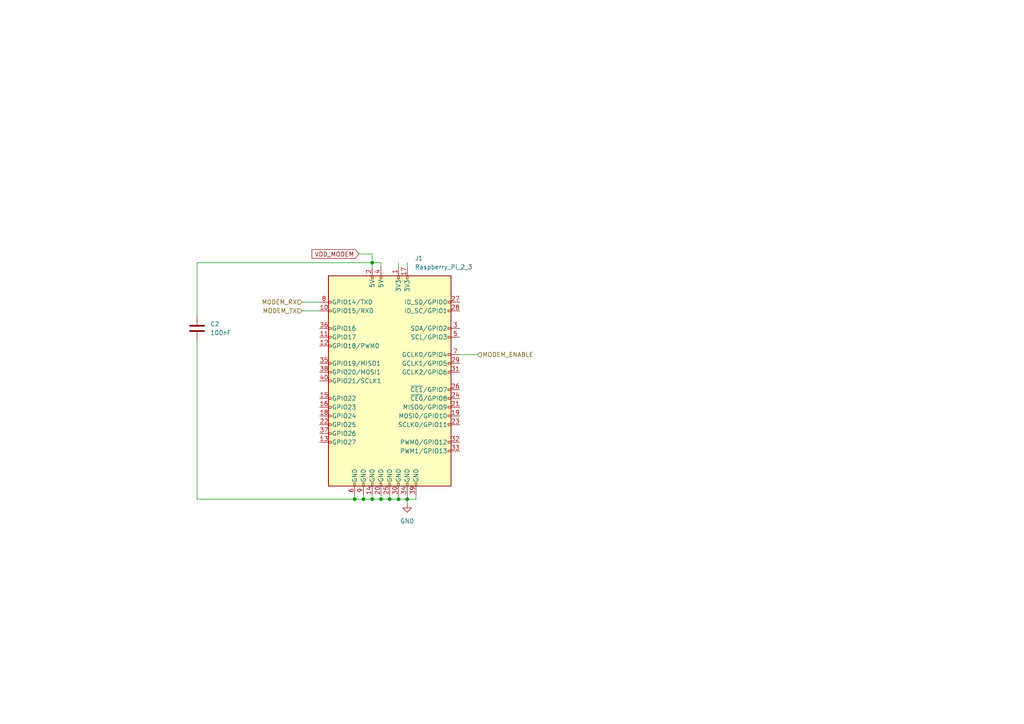
<source format=kicad_sch>
(kicad_sch (version 20230121) (generator eeschema)
  (paper "A4")
  (lib_symbols
    (symbol "Connector:Raspberry_Pi_2_3" (pin_names (offset 1.016))
      (property "Reference" "J" (at -17.78 31.75 0))
      (property "Value" "Raspberry_Pi_2_3" (at 10.16 -31.75 0))
      (symbol "Raspberry_Pi_2_3_0_1"
        (rectangle (start -17.78 30.48) (end 17.78 -30.48) (stroke (width 0.254)) (fill (type background)))
      )
      (symbol "Raspberry_Pi_2_3_1_1"
        (rectangle (start -16.891 -17.526) (end -17.78 -18.034))
        (rectangle (start -16.891 -14.986) (end -17.78 -15.494))
        (rectangle (start -16.891 -12.446) (end -17.78 -12.954))
        (rectangle (start -16.891 -9.906) (end -17.78 -10.414))
        (rectangle (start -16.891 -7.366) (end -17.78 -7.874))
        (rectangle (start -16.891 -4.826) (end -17.78 -5.334))
        (rectangle (start -16.891 0.254) (end -17.78 -0.254))
        (rectangle (start -16.891 2.794) (end -17.78 2.286))
        (rectangle (start -16.891 5.334) (end -17.78 4.826))
        (rectangle (start -16.891 10.414) (end -17.78 9.906))
        (rectangle (start -16.891 12.954) (end -17.78 12.446))
        (rectangle (start -16.891 15.494) (end -17.78 14.986))
        (rectangle (start -16.891 20.574) (end -17.78 20.066))
        (rectangle (start -16.891 23.114) (end -17.78 22.606))
        (rectangle (start -10.414 -29.591) (end -9.906 -30.48))
        (rectangle (start -7.874 -29.591) (end -7.366 -30.48))
        (rectangle (start -5.334 -29.591) (end -4.826 -30.48))
        (rectangle (start -5.334 30.48) (end -4.826 29.591))
        (rectangle (start -2.794 -29.591) (end -2.286 -30.48))
        (rectangle (start -2.794 30.48) (end -2.286 29.591))
        (rectangle (start -0.254 -29.591) (end 0.254 -30.48))
        (rectangle (start 2.286 -29.591) (end 2.794 -30.48))
        (rectangle (start 2.286 30.48) (end 2.794 29.591))
        (rectangle (start 4.826 -29.591) (end 5.334 -30.48))
        (rectangle (start 4.826 30.48) (end 5.334 29.591))
        (rectangle (start 7.366 -29.591) (end 7.874 -30.48))
        (rectangle (start 17.78 -20.066) (end 16.891 -20.574))
        (rectangle (start 17.78 -17.526) (end 16.891 -18.034))
        (rectangle (start 17.78 -12.446) (end 16.891 -12.954))
        (rectangle (start 17.78 -9.906) (end 16.891 -10.414))
        (rectangle (start 17.78 -7.366) (end 16.891 -7.874))
        (rectangle (start 17.78 -4.826) (end 16.891 -5.334))
        (rectangle (start 17.78 -2.286) (end 16.891 -2.794))
        (rectangle (start 17.78 2.794) (end 16.891 2.286))
        (rectangle (start 17.78 5.334) (end 16.891 4.826))
        (rectangle (start 17.78 7.874) (end 16.891 7.366))
        (rectangle (start 17.78 12.954) (end 16.891 12.446))
        (rectangle (start 17.78 15.494) (end 16.891 14.986))
        (rectangle (start 17.78 20.574) (end 16.891 20.066))
        (rectangle (start 17.78 23.114) (end 16.891 22.606))
        (pin power_in line (at 2.54 33.02 270) (length 2.54) (name "3V3") (number "1"))
        (pin bidirectional line (at -20.32 20.32 0) (length 2.54) (name "GPIO15/RXD") (number "10"))
        (pin bidirectional line (at -20.32 12.7 0) (length 2.54) (name "GPIO17") (number "11"))
        (pin bidirectional line (at -20.32 10.16 0) (length 2.54) (name "GPIO18/PWM0") (number "12"))
        (pin bidirectional line (at -20.32 -17.78 0) (length 2.54) (name "GPIO27") (number "13"))
        (pin power_in line (at -5.08 -33.02 90) (length 2.54) (name "GND") (number "14"))
        (pin bidirectional line (at -20.32 -5.08 0) (length 2.54) (name "GPIO22") (number "15"))
        (pin bidirectional line (at -20.32 -7.62 0) (length 2.54) (name "GPIO23") (number "16"))
        (pin power_in line (at 5.08 33.02 270) (length 2.54) (name "3V3") (number "17"))
        (pin bidirectional line (at -20.32 -10.16 0) (length 2.54) (name "GPIO24") (number "18"))
        (pin bidirectional line (at 20.32 -10.16 180) (length 2.54) (name "MOSI0/GPIO10") (number "19"))
        (pin power_in line (at -5.08 33.02 270) (length 2.54) (name "5V") (number "2"))
        (pin power_in line (at -2.54 -33.02 90) (length 2.54) (name "GND") (number "20"))
        (pin bidirectional line (at 20.32 -7.62 180) (length 2.54) (name "MISO0/GPIO9") (number "21"))
        (pin bidirectional line (at -20.32 -12.7 0) (length 2.54) (name "GPIO25") (number "22"))
        (pin bidirectional line (at 20.32 -12.7 180) (length 2.54) (name "SCLK0/GPIO11") (number "23"))
        (pin bidirectional line (at 20.32 -5.08 180) (length 2.54) (name "~{CE0}/GPIO8") (number "24"))
        (pin power_in line (at 0 -33.02 90) (length 2.54) (name "GND") (number "25"))
        (pin bidirectional line (at 20.32 -2.54 180) (length 2.54) (name "~{CE1}/GPIO7") (number "26"))
        (pin bidirectional line (at 20.32 22.86 180) (length 2.54) (name "ID_SD/GPIO0") (number "27"))
        (pin bidirectional line (at 20.32 20.32 180) (length 2.54) (name "ID_SC/GPIO1") (number "28"))
        (pin bidirectional line (at 20.32 5.08 180) (length 2.54) (name "GCLK1/GPIO5") (number "29"))
        (pin bidirectional line (at 20.32 15.24 180) (length 2.54) (name "SDA/GPIO2") (number "3"))
        (pin power_in line (at 2.54 -33.02 90) (length 2.54) (name "GND") (number "30"))
        (pin bidirectional line (at 20.32 2.54 180) (length 2.54) (name "GCLK2/GPIO6") (number "31"))
        (pin bidirectional line (at 20.32 -17.78 180) (length 2.54) (name "PWM0/GPIO12") (number "32"))
        (pin bidirectional line (at 20.32 -20.32 180) (length 2.54) (name "PWM1/GPIO13") (number "33"))
        (pin power_in line (at 5.08 -33.02 90) (length 2.54) (name "GND") (number "34"))
        (pin bidirectional line (at -20.32 5.08 0) (length 2.54) (name "GPIO19/MISO1") (number "35"))
        (pin bidirectional line (at -20.32 15.24 0) (length 2.54) (name "GPIO16") (number "36"))
        (pin bidirectional line (at -20.32 -15.24 0) (length 2.54) (name "GPIO26") (number "37"))
        (pin bidirectional line (at -20.32 2.54 0) (length 2.54) (name "GPIO20/MOSI1") (number "38"))
        (pin power_in line (at 7.62 -33.02 90) (length 2.54) (name "GND") (number "39"))
        (pin power_in line (at -2.54 33.02 270) (length 2.54) (name "5V") (number "4"))
        (pin bidirectional line (at -20.32 0 0) (length 2.54) (name "GPIO21/SCLK1") (number "40"))
        (pin bidirectional line (at 20.32 12.7 180) (length 2.54) (name "SCL/GPIO3") (number "5"))
        (pin power_in line (at -10.16 -33.02 90) (length 2.54) (name "GND") (number "6"))
        (pin bidirectional line (at 20.32 7.62 180) (length 2.54) (name "GCLK0/GPIO4") (number "7"))
        (pin bidirectional line (at -20.32 22.86 0) (length 2.54) (name "GPIO14/TXD") (number "8"))
        (pin power_in line (at -7.62 -33.02 90) (length 2.54) (name "GND") (number "9"))
      )
    )
    (symbol "Device:C" (pin_numbers hide) (pin_names (offset 0.254))
      (property "Reference" "C" (at 0.635 2.54 0))
      (property "Value" "C" (at 0.635 -2.54 0))
      (symbol "C_0_1"
        (polyline (pts (xy -2.032 -0.762) (xy 2.032 -0.762)) (stroke (width 0.508)))
        (polyline (pts (xy -2.032 0.762) (xy 2.032 0.762)) (stroke (width 0.508)))
      )
      (symbol "C_1_1"
        (pin passive line (at 0 3.81 270) (length 2.794) (name "~") (number "1"))
        (pin passive line (at 0 -3.81 90) (length 2.794) (name "~") (number "2"))
      )
    )
    (symbol "power:GND" (power) (pin_names (offset 0))
      (property "Value" "GND" (at 0 -3.81 0))
      (symbol "GND_0_1"
        (polyline (pts (xy 0 0) (xy 0 -1.27) (xy 1.27 -1.27) (xy 0 -2.54) (xy -1.27 -1.27) (xy 0 -1.27)))
      )
      (symbol "GND_1_1"
        (pin power_in line (at 0 0 270) (length 0) hide (name "GND") (number "1"))
      )
    )
  )
  (junction (at 110.49 144.78))
  (junction (at 102.87 144.78))
  (junction (at 107.95 76.2))
  (junction (at 118.11 144.78))
  (junction (at 115.57 144.78))
  (junction (at 105.41 144.78))
  (junction (at 113.03 144.78))
  (junction (at 107.95 144.78))
  (wire (pts (xy 102.87 143.51) (xy 102.87 144.78)))
  (wire (pts (xy 107.95 144.78) (xy 110.49 144.78)))
  (wire (pts (xy 133.35 102.87) (xy 138.43 102.87)))
  (wire (pts (xy 107.95 143.51) (xy 107.95 144.78)))
  (wire (pts (xy 87.63 87.63) (xy 92.71 87.63)))
  (wire (pts (xy 57.15 144.78) (xy 102.87 144.78)))
  (wire (pts (xy 57.15 99.06) (xy 57.15 144.78)))
  (wire (pts (xy 118.11 144.78) (xy 120.65 144.78)))
  (wire (pts (xy 57.15 91.44) (xy 57.15 76.2)))
  (wire (pts (xy 118.11 77.47) (xy 118.11 76.2)))
  (wire (pts (xy 113.03 144.78) (xy 115.57 144.78)))
  (wire (pts (xy 105.41 144.78) (xy 107.95 144.78)))
  (wire (pts (xy 113.03 143.51) (xy 113.03 144.78)))
  (wire (pts (xy 102.87 144.78) (xy 105.41 144.78)))
  (wire (pts (xy 104.14 73.66) (xy 107.95 73.66)))
  (wire (pts (xy 57.15 76.2) (xy 107.95 76.2)))
  (wire (pts (xy 107.95 76.2) (xy 110.49 76.2)))
  (wire (pts (xy 115.57 76.2) (xy 115.57 77.47)))
  (wire (pts (xy 107.95 76.2) (xy 107.95 73.66)))
  (wire (pts (xy 105.41 143.51) (xy 105.41 144.78)))
  (wire (pts (xy 120.65 144.78) (xy 120.65 143.51)))
  (wire (pts (xy 110.49 144.78) (xy 113.03 144.78)))
  (wire (pts (xy 87.63 90.17) (xy 92.71 90.17)))
  (wire (pts (xy 115.57 144.78) (xy 118.11 144.78)))
  (wire (pts (xy 110.49 77.47) (xy 110.49 76.2)))
  (wire (pts (xy 115.57 143.51) (xy 115.57 144.78)))
  (wire (pts (xy 118.11 144.78) (xy 118.11 146.05)))
  (wire (pts (xy 110.49 143.51) (xy 110.49 144.78)))
  (wire (pts (xy 118.11 143.51) (xy 118.11 144.78)))
  (wire (pts (xy 107.95 76.2) (xy 107.95 77.47)))
  (global_label "VDD_MODEM" (shape input) (at 104.14 73.66 180) (property "Intersheetrefs" "${INTERSHEET_REFS}" (effects hide)))
  (hierarchical_label "MODEM_ENABLE" (shape input) (at 138.43 102.87 0))
  (hierarchical_label "MODEM_TX" (shape input) (at 87.63 90.17 180))
  (hierarchical_label "MODEM_RX" (shape input) (at 87.63 87.63 180))
  (symbol (lib_id "power:GND") (at 118.11 146.05 0) (unit 1)
    (property "Reference" "#PWR013" (effects hide))
    (property "Value" "GND" (at 118.11 151.13 0))
  )
  (symbol (lib_id "Device:C") (at 57.15 95.25 0) (unit 1)
    (property "Reference" "C2" (at 60.96 93.98 0) (effects (justify left)))
    (property "Value" "100nF" (at 60.96 96.52 0) (effects (justify left)))
    (property "Footprint" "Capacitor_SMD:C_1210_3225Metric_Pad1.33x2.70mm_HandSolder" (effects hide))
  )
  (symbol (lib_id "Connector:Raspberry_Pi_2_3") (at 113.03 110.49 0) (unit 1)
    (property "Reference" "J1" (at 120.3041 74.93 0) (effects (justify left)))
    (property "Value" "Raspberry_Pi_2_3" (at 120.3041 77.47 0) (effects (justify left)))
    (property "Footprint" "pi_hat:PI_ZERO_HAT" (effects hide))
    (property "Datasheet" "https://www.raspberrypi.org/documentation/hardware/raspberrypi/schematics/rpi_SCH_3bplus_1p0_reduced.pdf" (effects hide))
  )
)
</source>
